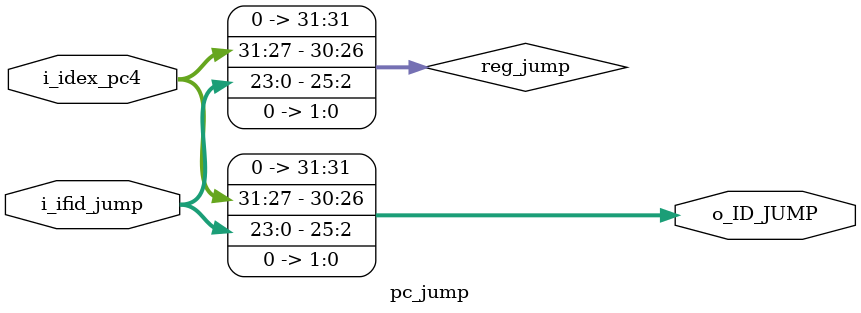
<source format=v>
`timescale 1ns / 1ps

module pc_jump
    #(
        parameter BITS_SIZE     =  32,
        parameter BITS_JUMP     =  26
    )
    (
        input   wire    [BITS_JUMP-1 :0]     i_ifid_jump, //[25:0] Instrucction IF
        input   wire    [BITS_SIZE-1:0]      i_idex_pc4,
        output  wire    [BITS_SIZE-1:0]      o_ID_JUMP                 
    );
    
    reg [BITS_SIZE-1:0]   reg_jump   ;    
    
    always @(*)
    begin
        reg_jump   <=  {i_idex_pc4[BITS_SIZE-1:27], (i_ifid_jump<<2)}  ; //se obtienen los bits 31 a 27 y se concatenan con i_ifid_jump
                                                             //i_ifid_jump se desplazo 2 lugares a la izq, lo que equivale a multiplicar por 4
                                                             //calculo el salto
    end   
    
   assign  o_ID_JUMP   = reg_jump   ;
endmodule
</source>
